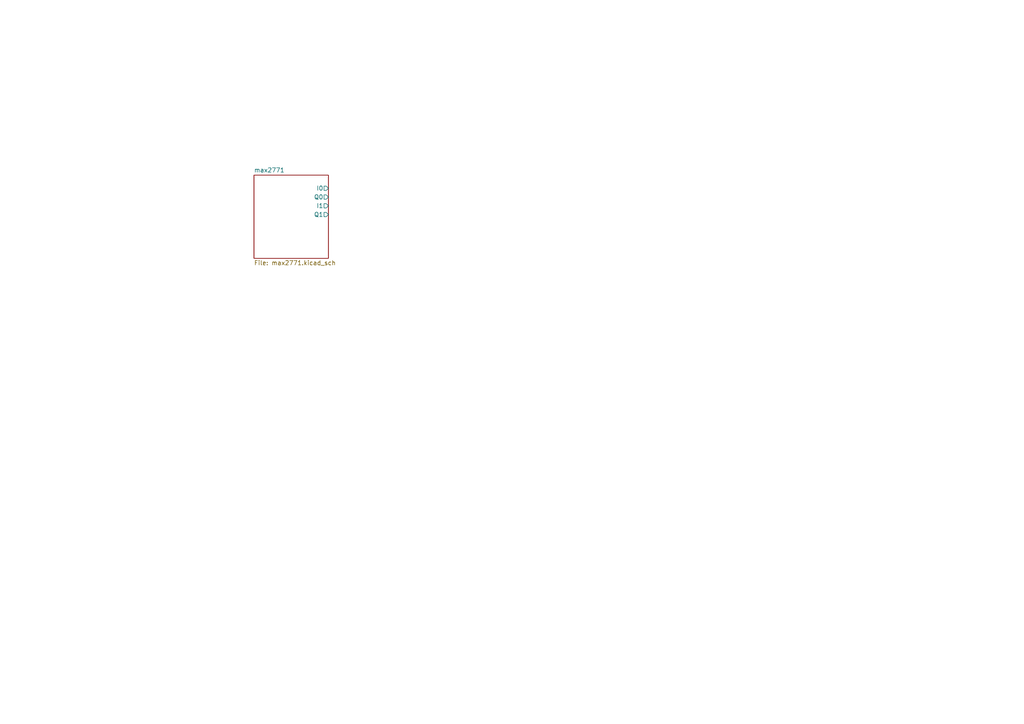
<source format=kicad_sch>
(kicad_sch
	(version 20250114)
	(generator "eeschema")
	(generator_version "9.0")
	(uuid "5cd3ed24-9d10-4cb3-b484-1cb6ef7308c8")
	(paper "A4")
	(lib_symbols)
	(sheet
		(at 73.66 50.8)
		(size 21.59 24.13)
		(exclude_from_sim no)
		(in_bom yes)
		(on_board yes)
		(dnp no)
		(fields_autoplaced yes)
		(stroke
			(width 0.1524)
			(type solid)
		)
		(fill
			(color 0 0 0 0.0000)
		)
		(uuid "588b0fc7-13fe-45ab-b891-442ea2d4909c")
		(property "Sheetname" "max2771"
			(at 73.66 50.0884 0)
			(effects
				(font
					(size 1.27 1.27)
				)
				(justify left bottom)
			)
		)
		(property "Sheetfile" "max2771.kicad_sch"
			(at 73.66 75.5146 0)
			(effects
				(font
					(size 1.27 1.27)
				)
				(justify left top)
			)
		)
		(pin "I0" output
			(at 95.25 54.61 0)
			(uuid "c025a8d4-b128-40e8-b837-d54c1aa2d008")
			(effects
				(font
					(size 1.27 1.27)
				)
				(justify right)
			)
		)
		(pin "Q0" output
			(at 95.25 57.15 0)
			(uuid "1793df52-d00e-4ca5-82cf-ed2a97ec3faf")
			(effects
				(font
					(size 1.27 1.27)
				)
				(justify right)
			)
		)
		(pin "I1" output
			(at 95.25 59.69 0)
			(uuid "92f57a6e-226a-4b1d-bc78-139336da5e84")
			(effects
				(font
					(size 1.27 1.27)
				)
				(justify right)
			)
		)
		(pin "Q1" output
			(at 95.25 62.23 0)
			(uuid "6d3d0ffe-4b4e-4a73-8f1c-976c40cd2a0b")
			(effects
				(font
					(size 1.27 1.27)
				)
				(justify right)
			)
		)
		(instances
			(project "max2771eval"
				(path "/5cd3ed24-9d10-4cb3-b484-1cb6ef7308c8"
					(page "2")
				)
			)
		)
	)
	(sheet_instances
		(path "/"
			(page "1")
		)
	)
	(embedded_fonts no)
)

</source>
